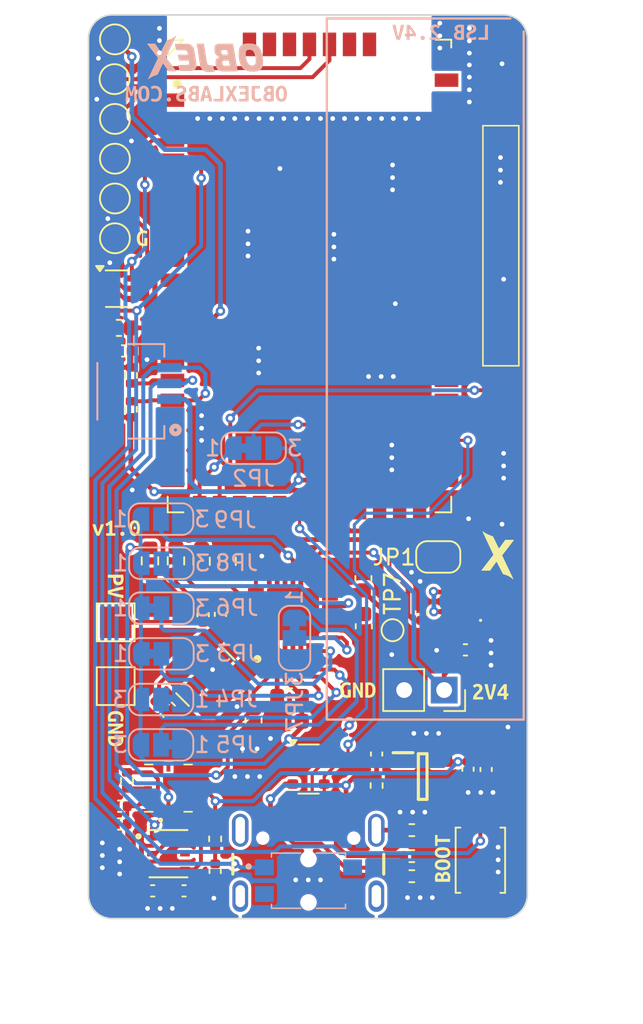
<source format=kicad_pcb>
(kicad_pcb (version 20240108) (generator "pcbnew") (generator_version "8.0")
  (layers (0 "F.Cu" signal) (31 "B.Cu" signal) (34 "B.Paste" user) (35 "F.Paste" user) (36 "B.SilkS" user "B.Silkscreen") (37 "F.SilkS" user "F.Silkscreen") (38 "B.Mask" user) (39 "F.Mask" user) (44 "Edge.Cuts" user))
  (net 0 "")
  (net 1 "GND")
  (net 2 "/Energy Harvester - AEM10941/Boost")
  (net 3 "/Energy Harvester - AEM10941/Vbuck")
  (net 4 "Net-(IC1-BUFSRC)")
  (net 5 "/Energy Harvester - AEM10941/LVOUT")
  (net 6 "/Energy Harvester - AEM10941/HVOUT")
  (net 7 "/ELPM-S3LW/RESET")
  (net 8 "+3V3")
  (net 9 "+5V")
  (net 10 "/ELPM-S3LW/D-")
  (net 11 "/ELPM-S3LW/D+")
  (net 12 "/LSB")
  (net 13 "/Energy Harvester - AEM10941/CFG2")
  (net 14 "/Energy Harvester - AEM10941/ENHV")
  (net 15 "/Energy Harvester - AEM10941/OVCH")
  (net 16 "/Energy Harvester - AEM10941/STATUS2")
  (net 17 "/Energy Harvester - AEM10941/OVDIS")
  (net 18 "Net-(IC1-SWBUCK)")
  (net 20 "/Energy Harvester - AEM10941/PV_cell")
  (net 21 "/Energy Harvester - AEM10941/CFG1")
  (net 22 "/Energy Harvester - AEM10941/SELMPP1")
  (net 23 "/Energy Harvester - AEM10941/ENLV")
  (net 24 "/Energy Harvester - AEM10941/CHRDY")
  (net 25 "/Energy Harvester - AEM10941/STATUS1")
  (net 26 "Net-(IC1-SWBOOST)")
  (net 27 "/Energy Harvester - AEM10941/STATUS0")
  (net 28 "/Energy Harvester - AEM10941/CFG0")
  (net 29 "/Energy Harvester - AEM10941/SELMPP0")
  (net 30 "VIN")
  (net 31 "Net-(IC2-L2)")
  (net 32 "Net-(IC3-EN)")
  (net 34 "Net-(J2-SHELL_GND-PadS1)")
  (net 35 "/ELPM-S3LW/REED_Switch")
  (net 38 "Net-(J2-CC2)")
  (net 40 "Net-(J2-CC1)")
  (net 49 "Net-(JP1-B)")
  (net 52 "/ELPM-S3LW/VDD_RTC")
  (net 59 "/ELPM-S3LW/DTR")
  (net 61 "/ELPM-S3LW/GPIO0")
  (net 62 "/ELPM-S3LW/RTS")
  (net 67 "/ELPM-S3LW/SDA")
  (net 75 "/ELPM-S3LW/TXD")
  (net 82 "/ELPM-S3LW/RXD")
  (net 96 "/ELPM-S3LW/SCL")
  (net 98 "Net-(IC4-RES_N)")
  (footprint "Resistor_SMD:R_0603_1608Metric" (layer "F.Cu") (at 120.925 81.2 -90)
    (property "Reference" "R5" (hide yes))
    (property "Value" "TBD")
  )
  (footprint "Capacitor_SMD:C_0402_1005Metric" (layer "F.Cu") (at 119 97.9 180)
    (property "Reference" "C14" (hide yes))
    (property "Value" "10uF")
  )
  (footprint "TestPoint:TestPoint_Pad_D1.5mm" (layer "F.Cu") (at 118.7 60.725)
    (property "Reference" "TP13" (hide yes))
    (property "Value" "GND")
  )
  (footprint "TestPoint:TestPoint_Pad_2.0x2.0mm" (layer "F.Cu") (at 118.75 89.15)
    (property "Reference" "TP2" (hide yes))
    (property "Value" "GND")
  )
  (footprint "Button_Switch_SMD:SW_Push_SPST_NO_Alps_SKRK" (layer "F.Cu") (at 141.9 100.2 90)
    (property "Reference" "SW2" (hide yes))
    (property "Value" "BOOT")
  )
  (footprint "lib:QFN50P500X500X90-29N-D" (layer "F.Cu") (at 130 84.575 90)
    (property "Reference" "IC1" (hide yes))
    (property "Value" "AEM10941-QFN" (hide yes))
  )
  (footprint "Package_TO_SOT_SMD:SOT-143" (layer "F.Cu") (at 130.9875 94.415)
    (property "Reference" "D1" (hide yes))
    (property "Value" "SP0503BAHT")
  )
  (footprint "Capacitor_SMD:C_0402_1005Metric" (layer "F.Cu") (at 140.95 86.85)
    (property "Reference" "C17" (hide yes))
    (property "Value" "10uF")
  )
  (footprint "Fiducial:Fiducial_0.5mm_Mask1mm" (layer "F.Cu") (at 118.55 102.375)
    (property "Reference" "FID2" (hide yes))
    (property "Value" "Fiducial")
  )
  (footprint "Resistor_SMD:R_0603_1608Metric" (layer "F.Cu") (at 125.85 81.225 90)
    (property "Reference" "R8" (hide yes))
    (property "Value" "TBD")
  )
  (footprint "Capacitor_SMD:C_0603_1608Metric" (layer "F.Cu") (at 134.475 82.3 90)
    (property "Reference" "C5" (hide yes))
    (property "Value" "10uF")
  )
  (footprint "TestPoint:TestPoint_Pad_2.0x2.0mm" (layer "F.Cu") (at 118.75 85.1)
    (property "Reference" "TP1" (hide yes))
    (property "Value" "PV")
  )
  (footprint "lib:MDSM4R1218" (layer "F.Cu") (at 143.2 61.2 90)
    (property "Reference" "S1" (hide yes))
    (property "Value" "MDSM-4R-12-18" (hide yes))
  )
  (footprint "Capacitor_SMD:C_0402_1005Metric" (layer "F.Cu") (at 135.3125 93.46 90)
    (property "Reference" "C9" (hide yes))
    (property "Value" "10uF")
  )
  (footprint "Inductor_SMD:L_Coilcraft_LPS4018" (layer "F.Cu") (at 124.45 88.55 -45)
    (property "Reference" "L2" (hide yes))
    (property "Value" "10uH-LPS4012-103MRC")
  )
  (footprint "Capacitor_SMD:C_0603_1608Metric" (layer "F.Cu") (at 118.95 66.4125 180)
    (property "Reference" "C7" (hide yes))
    (property "Value" "22uF")
  )
  (footprint "Inductor_SMD:L_0603_1608Metric" (layer "F.Cu") (at 129.7875 89.8 180)
    (property "Reference" "L1" (hide yes))
    (property "Value" "10uH-MLZ1608M100WT")
  )
  (footprint "Capacitor_SMD:C_0402_1005Metric" (layer "F.Cu") (at 125.0625 100.9125 -90)
    (property "Reference" "C6" (hide yes))
    (property "Value" "10uF")
  )
  (footprint "TestPoint:TestPoint_Pad_D1.5mm" (layer "F.Cu") (at 118.7 48.1)
    (property "Reference" "TP8" (hide yes))
    (property "Value" "3V3")
  )
  (footprint "Package_TO_SOT_SMD:SOT-363_SC-70-6" (layer "F.Cu") (at 118.825 63.925)
    (property "Reference" "Q1" (hide yes))
    (property "Value" "MUN5211DW1")
  )
  (footprint "kibuzzard-667E7E0B" (layer "F.Cu") (at 118.75 82.825 -90)
    (property "Reference" "kibuzzard-667E7E0B" (hide yes))
    (property "Value" "G***" (hide yes))
  )
  (footprint "TestPoint:TestPoint_Pad_D1.5mm" (layer "F.Cu") (at 118.7 53.15)
    (property "Reference" "TP10" (hide yes))
    (property "Value" "RX")
  )
  (footprint "Capacitor_SMD:C_0402_1005Metric" (layer "F.Cu") (at 141.1125 94.425 -90)
    (property "Reference" "C10" (hide yes))
    (property "Value" "1uF")
  )
  (footprint "Resistor_SMD:R_0603_1608Metric" (layer "F.Cu") (at 122.575 81.2 90)
    (property "Reference" "R6" (hide yes))
    (property "Value" "TBD")
  )
  (footprint "Capacitor_SMD:C_0402_1005Metric" (layer "F.Cu") (at 124.3 84.615 90)
    (property "Reference" "C16" (hide yes))
    (property "Value" "0.1uF")
  )
  (footprint "Resistor_SMD:R_0402_1005Metric" (layer "F.Cu") (at 119.71 71.58 90)
    (property "Reference" "R10" (hide yes))
    (property "Value" "10K")
  )
  (footprint "libMaster:Xlogo" (layer "F.Cu") (at 143 80.85 180)
    (property "Reference" "G***" (hide yes))
    (property "Value" "LOGO" (hide yes))
  )
  (footprint "Capacitor_SMD:C_0402_1005Metric" (layer "F.Cu") (at 125.4 84.595 90)
    (property "Reference" "C15" (hide yes))
    (property "Value" "0.01uF")
  )
  (footprint "Capacitor_SMD:C_0402_1005Metric" (layer "F.Cu") (at 142.2625 94.44 -90)
    (property "Reference" "C11" (hide yes))
    (property "Value" "10uF")
  )
  (footprint "lib:XDCR_HS3001" (layer "F.Cu") (at 122.0975 99.785)
    (property "Reference" "U1" (hide yes))
    (property "Value" "HS3001")
  )
  (footprint "Resistor_SMD:R_0402_1005Metric" (layer "F.Cu") (at 137.5475 101.215)
    (property "Reference" "R9" (hide yes))
    (property "Value" "5.1K")
  )
  (footprint "kibuzzard-66795660" (layer "F.Cu") (at 139.5 100.0825 90)
    (property "Reference" "kibuzzard-66795660" (hide yes))
    (property "Value" "G***" (hide yes))
  )
  (footprint "Jumper:SolderJumper-2_P1.3mm_Bridged_RoundedPad1.0x1.5mm" (layer "F.Cu") (at 139.225 80.95)
    (property "Reference" "JP1")
    (property "Value" "SolderJumper_2_Bridged")
  )
  (footprint "Capacitor_SMD:C_0603_1608Metric" (layer "F.Cu") (at 122.05 90.65 -45)
    (property "Reference" "C3" (hide yes))
    (property "Value" "10uF")
  )
  (footprint "TestPoint:TestPoint_Pad_D1.5mm" (layer "F.Cu") (at 118.675 50.625)
    (property "Reference" "TP9" (hide yes))
    (property "Value" "TX")
  )
  (footprint "Resistor_SMD:R_0402_1005Metric" (layer "F.Cu") (at 135.3125 95.46 -90)
    (property "Reference" "R1" (hide yes))
    (property "Value" "10K")
  )
  (footprint "lib:XCL102D283CRG" (layer "F.Cu") (at 140.462 84.425 90)
    (property "Reference" "IC2" (hide yes))
    (property "Value" "XCL103D333CR-G" (hide yes))
  )
  (footprint "Resistor_SMD:R_0402_1005Metric" (layer "F.Cu") (at 137.5475 99.94)
    (property "Reference" "R3" (hide yes))
    (property "Value" "5.1K")
  )
  (footprint "TestPoint:TestPoint_Pad_D1.5mm" (layer "F.Cu") (at 118.7 55.675)
    (property "Reference" "TP11" (hide yes))
    (property "Value" "RTS")
  )
  (footprint "TestPoint:TestPoint_Pad_D1.0mm" (layer "F.Cu") (at 136.325 85.6)
    (property "Reference" "TP7")
    (property "Value" "TestPoint")
  )
  (footprint "lib:SOT94P280X100-5N" (layer "F.Cu") (at 138.2375 94.89)
    (property "Reference" "IC3" (hide yes))
    (property "Value" "RT9080-33GJ5" (hide yes))
  )
  (footprint "Resistor_SMD:R_0402_1005Metric" (layer "F.Cu") (at 125.0625 98.8425 -90)
    (property "Reference" "R4" (hide yes))
    (property "Value" "10K")
  )
  (footprint "Capacitor_SMD:C_0402_1005Metric" (layer "F.Cu") (at 119.25 67.875 180)
    (property "Reference" "C8" (hide yes))
    (property "Value" "1uF")
  )
  (footprint "Resistor_SMD:R_0402_1005Metric" (layer "F.Cu") (at 119.4675 95.135 -90)
    (property "Reference" "R12" (hide yes))
    (property "Value" "10K")
  )
  (footprint "kibuzzard-667E7E21" (layer "F.Cu") (at 134.125 89.4)
    (property "Reference" "kibuzzard-667E7E21" (hide yes))
    (property "Value" "G***" (hide yes))
  )
  (footprint "lib:GCT_USB4105-GF-A" (layer "F.Cu") (at 130.975 102.48)
    (property "Reference" "J2" (hide yes))
    (property "Value" "USB4105-GF-A")
  )
  (footprint "kibuzzard-667E7E21" (layer "F.Cu") (at 118.75 91.85 -90)
    (property "Reference" "kibuzzard-667E7E21" (hide yes))
    (property "Value" "G***" (hide yes))
  )
  (footprint "Capacitor_SMD:C_0402_1005Metric" (layer "F.Cu") (at 138.15 84.5 90)
    (property "Reference" "C18" (hide yes))
    (property "Value" "10uF")
  )
  (footprint "Capacitor_SMD:C_0603_1608Metric" (layer "F.Cu") (at 134.5 85.35 -90)
    (property "Reference" "C4" (hide yes))
    (property "Value" "10uF")
  )
  (footprint "lib:ZMOD4410AI1R" (layer "F.Cu") (at 122.0975 95.625)
    (property "Reference" "IC4" (hide yes))
    (property "Value" "ZMOD4410AI1R" (hide yes))
  )
  (footprint "lib:ELPM-S3XX" (layer "F.Cu") (at 131.125 63.6 -90)
    (property "Reference" "U2" (hide yes))
    (property "Value" "ELPM-S3LW")
  )
  (footprint "Capacitor_SMD:C_0402_1005Metric" (layer "F.Cu") (at 119 96.774 180)
    (property "Reference" "C19" (hide yes))
    (property "Value" "1uF")
  )
  (footprint "Capacitor_SMD:C_0603_1608Metric" (layer "F.Cu") (at 129.7875 91.375)
    (property "Reference" "C2" (hide yes))
    (property "Value" "22uF")
  )
  (footprint "kibuzzard-667E7EB7" (layer "F.Cu") (at 142.55 89.5)
    (property "Reference" "kibuzzard-667E7EB7" (hide yes))
    (property "Value" "G***" (hide yes))
  )
  (footprint "Resistor_SMD:R_0603_1608Metric" (layer "F.Cu") (at 124.2 81.225 -90)
    (property "Reference" "R7" (hide yes))
    (property "Value" "TBD")
  )
  (footprint "Connector_PinSocket_2.54mm:PinSocket_1x02_P2.54mm_Vertical" (layer "F.Cu") (at 139.6 89.4 -90)
    (property "Reference" "J3" (hide yes))
    (property "Value" "LSB TERMINAL")
  )
  (footprint "kibuzzard-667956CB" (layer "F.Cu") (at 120.425 60.725)
    (property "Reference" "kibuzzard-667956CB" (hide yes))
    (property "Value" "G***" (hide yes))
  )
  (footprint "Capacitor_SMD:C_0603_1608Metric" (layer "F.Cu") (at 127.5 91.325 90)
    (property "Reference" "C1" (hide yes))
    (property "Value" "22uF")
  )
  (footprint "Capacitor_SMD:C_0402_1005Metric" (layer "F.Cu") (at 121.0975 102.145)
    (property "Reference" "C12" (hide yes))
    (property "Value" "0.1uF")
  )
  (footprint "kibuzzard-667957A8" (layer "F.Cu") (at 118.775 79.125)
    (property "Reference" "kibuzzard-667957A8" (hide yes))
    (property "Value" "G***" (hide yes))
  )
  (footprint "Capacitor_SMD:C_0402_1005Metric" (layer "F.Cu") (at 123.0875 102.145 180)
    (property "Reference" "C13" (hide yes))
    (property "Value" "0.1uF")
  )
  (footprint "Resistor_SMD:R_0402_1005Metric" (layer "F.Cu") (at 119.72 69.43 -90)
    (property "Reference" "R11" (hide yes))
    (property "Value" "10K")
  )
  (footprint "TestPoint:TestPoint_Pad_D1.5mm" (layer "F.Cu") (at 118.7 58.2)
    (property "Reference" "TP12" (hide yes))
    (property "Value" "DTR")
  )
  (footprint "Fiducial:Fiducial_0.5mm_Mask1mm" (layer "F.Cu") (at 143.35 48.075)
    (property "Reference" "FID1" (hide yes))
    (property "Value" "Fiducial")
  )
  (footprint "Resistor_SMD:R_0402_1005Metric" (layer "F.Cu") (at 137.5475 98.29)
    (property "Reference" "R2" (hide yes))
    (property "Value" "1M")
  )
  (footprint "kibuzzard-64D611C7" (layer "B.Cu") (at 124.5 51.55 180)
    (property "Reference" "kibuzzard-64D611C7" (hide yes))
    (property "Value" "G***" (hide yes))
  )
  (footprint "Jumper:SolderJumper-3_P1.3mm_Open_RoundedPad1.0x1.5mm_NumberLabels" (layer "B.Cu") (at 121.625 78.55)
    (property "Reference" "JP9")
    (property "Value" "SolderJumper_3_Open")
  )
  (footprint "kibuzzard-667E862E" (layer "B.Cu") (at 139.35 47.65 180)
    (property "Reference" "kibuzzard-667E862E" (hide yes))
    (property "Value" "G***" (hide yes))
  )
  (footprint "LOGO" (layer "B.Cu") (at 124.4 49.25 180)
    (property "Reference" "G***" (hide yes))
    (property "Value" "LOGO" (hide yes))
  )
  (footprint "Jumper:SolderJumper-3_P1.3mm_Bridged12_RoundedPad1.0x1.5mm_NumberLabels" (layer "B.Cu") (at 121.65 87.1)
    (property "Reference" "JP3")
    (property "Value" "SolderJumper_3_Bridged12")
  )
  (footprint "Jumper:SolderJumper-3_P1.3mm_Bridged12_RoundedPad1.0x1.5mm_NumberLabels" (layer "B.Cu") (at 121.65 84.2)
    (property "Reference" "JP6")
    (property "Value" "SolderJumper_3_Bridged12")
  )
  (footprint "lib:436331045822" (layer "B.Cu") (at 130.9875 101.5 180)
    (property "Reference" "S2" (hide yes))
    (property "Value" "436331045822" (hide yes))
  )
  (footprint "Jumper:SolderJumper-3_P1.3mm_Bridged12_RoundedPad1.0x1.5mm_NumberLabels" (layer "B.Cu") (at 127.5 74.05)
    (property "Reference" "JP2")
    (property "Value" "SolderJumper_3_Bridged12")
  )
  (footprint "Jumper:SolderJumper-3_P1.3mm_Bridged12_RoundedPad1.0x1.5mm_NumberLabels" (layer "B.Cu") (at 130.1 86.1 -90)
    (property "Reference" "JP7")
    (property "Value" "SolderJumper_3_Bridged12")
  )
  (footprint "Jumper:SolderJumper-3_P1.3mm_Bridged12_RoundedPad1.0x1.5mm_NumberLabels" (layer "B.Cu") (at 121.625 90 180)
    (property "Reference" "JP4")
    (property "Value" "SolderJumper_3_Bridged12")
  )
  (footprint "lib:JST_SM04B-SRSS-TB(LF)(SN)" (layer "B.Cu") (at 122.16 70.44 90)
    (property "Reference" "J1" (hide yes))
    (property "Value" "SM04B-SRSS-TB(LF)(SN)")
  )
  (footprint "Jumper:SolderJumper-3_P1.3mm_Bridged12_RoundedPad1.0x1.5mm_NumberLabels" (layer "B.Cu") (at 121.625 92.875 180)
    (property "Reference" "JP5")
    (property "Value" "SolderJumper_3_Bridged12")
  )
  (footprint "Jumper:SolderJumper-3_P1.3mm_Open_RoundedPad1.0x1.5mm_NumberLabels" (layer "B.Cu") (at 121.65 81.35)
    (property "Reference" "JP8")
    (property "Value" "SolderJumper_3_Open")
  )
  (gr_line (start 132.15 46.775) (end 132.15 91.275) (stroke (width 0.15)) (layer "B.SilkS"))
  (gr_line (start 144.65 91.275) (end 144.65 47.6) (stroke (width 0.15)) (layer "B.SilkS"))
  (gr_line (start 143.8 46.775) (end 132.15 46.775) (stroke (width 0.15)) (layer "B.SilkS"))
  (gr_line (start 132.15 91.275) (end 144.65 91.275) (stroke (width 0.15)) (layer "B.SilkS"))
  (gr_arc (start 118.525 103.9) (mid 117.46434 103.46066) (end 117.025 102.4) (stroke (width 0.1)) (layer "Edge.Cuts"))
  (gr_line (start 117.025 102.4) (end 117.025 48.05) (stroke (width 0.1)) (layer "Edge.Cuts"))
  (gr_line (start 118.525 46.55) (end 143.375 46.55) (stroke (width 0.1)) (layer "Edge.Cuts"))
  (gr_line (start 144.875 48.05) (end 144.875 102.4) (stroke (width 0.1)) (layer "Edge.Cuts"))
  (gr_arc (start 144.875 102.4) (mid 144.43566 103.46066) (end 143.375 103.9) (stroke (width 0.1)) (layer "Edge.Cuts"))
  (gr_line (start 143.375 103.9) (end 118.525 103.9) (stroke (width 0.1)) (layer "Edge.Cuts"))
  (gr_arc (start 117.025 48.05) (mid 117.46434 46.98934) (end 118.525 46.55) (stroke (width 0.1)) (layer "Edge.Cuts"))
  (gr_arc (start 143.375 46.55) (mid 144.43566 46.98934) (end 144.875 48.05) (stroke (width 0.1)) (layer "Edge.Cuts"))
  (via (at 121.57 103.26) (size 0.6) (drill 0.3) (layers "F.Cu" "B.Cu") (net 1))
  (via (at 127.89 94.89) (size 0.6) (drill 0.3) (layers "F.Cu" "B.Cu") (net 1))
  (via (at 129.175 56.3) (size 0.6) (drill 0.3) (layers "F.Cu" "B.Cu") (net 1))
  (via (at 128.65 53.125) (size 0.6) (drill 0.3) (layers "F.Cu" "B.Cu") (net 1))
  (via (at 117.55 51.9) (size 0.6) (drill 0.3) (layers "F.Cu" "B.Cu") (net 1))
  (via (at 127.15 60.275) (size 0.6) (drill 0.3) (layers "F.Cu" "B.Cu") (net 1))
  (via (at 118.375 62.275) (size 0.6) (drill 0.3) (layers "F.Cu" "B.Cu") (net 1))
  (via (at 123.95 53.125) (size 0.6) (drill 0.3) (layers "F.Cu" "B.Cu") (net 1))
  (via (at 143.175 57.175) (size 0.6) (drill 0.3) (layers "F.Cu" "B.Cu") (net 1))
  (via (at 127.825 69.275) (size 0.6) (drill 0.3) (layers "F.Cu" "B.Cu") (net 1))
  (via (at 128.575 92.475) (size 0.6) (drill 0.3) (layers "F.Cu" "B.Cu") (net 1))
  (via (at 134.05 53.125) (size 0.6) (drill 0.3) (layers "F.Cu" "B.Cu") (net 1))
  (via (at 131.75 101.45) (size 0.6) (drill 0.3) (layers "F.Cu" "B.Cu") (net 1))
  (via (at 131.75 53.125) (size 0.6) (drill 0.3) (layers "F.Cu" "B.Cu") (net 1))
  (via (at 119.75 54.55) (size 0.6) (drill 0.3) (layers "F.Cu" "B.Cu") (net 1))
  (via (at 143.175 56.4) (size 0.6) (drill 0.3) (layers "F.Cu" "B.Cu") (net 1))
  (via (at 122.345 103.26) (size 0.6) (drill 0.3) (layers "F.Cu" "B.Cu") (net 1))
  (via (at 124.9 88.1) (size 0.6) (drill 0.3) (layers "F.Cu" "B.Cu") (net 1))
  (via (at 127.825 67.7) (size 0.6) (drill 0.3) (layers "F.Cu" "B.Cu") (net 1))
  (via (at 141.2 48.2) (size 0.6) (drill 0.3) (layers "F.Cu" "B.Cu") (net 1))
  (via (at 121.525 48.95) (size 0.6) (drill 0.3) (layers "F.Cu" "B.Cu") (net 1))
  (via (at 121.525 47.4) (size 0.6) (drill 0.3) (layers "F.Cu" "B.Cu") (net 1))
  (via (at 138.475 92.15) (size 0.6) (drill 0.3) (layers "F.Cu" "B.Cu") (net 1))
  (via (at 142.575 87.05) (size 0.6) (drill 0.3) (layers "F.Cu" "B.Cu") (net 1))
  (via (at 118.25 59.475) (size 0.6) (drill 0.3) (layers "F.Cu" "B.Cu") (net 1))
  (via (at 143.375 75.95) (size 0.6) (drill 0.3) (layers "F.Cu" "B.Cu") (net 1))
  (via (at 137.525 81.925) (size 0.6) (drill 0.3) (layers "F.Cu" "B.Cu") (net 1))
  (via (at 141.925 95.9) (size 0.6) (drill 0.3) (layers "F.Cu" "B.Cu") (net 1))
  (via (at 143.275 78.875) (size 0.6) (drill 0.3) (layers "F.Cu" "B.Cu") (net 1))
  (via (at 141.2 47.4) (size 0.6) (drill 0.3) (layers "F.Cu" "B.Cu") (net 1))
  (via (at 130.975 101.45) (size 0.6) (drill 0.3) (layers "F.Cu" "B.Cu") (net 1))
  (via (at 134.8 69.5) (size 0.6) (drill 0.3) (layers "F.Cu" "B.Cu") (net 1))
  (via (at 120.735 68.425) (size 0.6) (drill 0.3) (layers "F.Cu" "B.Cu") (net 1))
  (via (at 128.025 80.9) (size 0.6) (drill 0.3) (layers "F.Cu" "B.Cu") (net 1))
  (via (at 139.25 92.15) (size 0.6) (drill 0.3) (layers "F.Cu" "B.Cu") (net 1))
  (via (at 130.95 53.125) (size 0.6) (drill 0.3) (layers "F.Cu" "B.Cu") (net 1))
  (via (at 125.525 53.125) (size 0.6) (drill 0.3) (layers "F.Cu" "B.Cu") (net 1))
  (via (at 119 99.5) (size 0.6) (drill 0.3) (layers "F.Cu" "B.Cu") (net 1))
  (via (at 137.275 102.575) (size 0.6) (drill 0.3) (layers "F.Cu" "B.Cu") (net 1))
  (via (at 127.825 68.5) (size 0.6) (drill 0.3) (layers "F.Cu" "B.Cu") (net 1))
  (via (at 143.175 55.6) (size 0.6) (drill 0.3) (layers "F.Cu" "B.Cu") (net 1))
  (via (at 124.2 73.555) (size 0.6) (drill 0.3) (layers "F.Cu" "B.Cu") (net 1))
  (via (at 142.575 87.825) (size 0.6) (drill 0.3) (layers "F.Cu" "B.Cu") (net 1))
  (via (at 127.075 53.125) (size 0.6) (drill 0.3) (layers "F.Cu" "B.Cu") (net 1))
  (via (at 138.075 82.5) (size 0.6) (drill 0.3) (layers "F.Cu" "B.Cu") (net 1))
  (via (at 126.45 90.45) (size 0.6) (drill 0.3) (layers "F.Cu" "B.Cu") (net 1))
  (via (at 127.15 61.075) (size 0.6) (drill 0.3) (layers "F.Cu" "B.Cu") (net 1))
  (via (at 130.175 53.125) (size 0.6) (drill 0.3) (layers "F.Cu" "B.Cu") (net 1))
  (via (at 127.15 61.85) (size 0.6) (drill 0.3) (layers "F.Cu" "B.Cu") (net 1))
  (via (at 136.275 73.85) (size 0.6) (drill 0.3) (layers "F.Cu" "B.Cu") (net 1))
  (via (at 141.2 50.5) (size 0.6) (drill 0.3) (layers "F.Cu" "B.Cu") (net 1))
  (via (at 137.15 53.125) (size 0.6) (drill 0.3) (layers "F.Cu" "B.Cu") (net 1))
  (via (at 141.2 49.725) (size 0.6) (drill 0.3) (layers "F.Cu" "B.Cu") (net 1))
  (via (at 124.2 71.98) (size 0.6) (drill 0.3) (layers "F.Cu" "B.Cu") (net 1))
  (via (at 127.115 94.89) (size 0.6) (drill 0.3) (layers "F.Cu" "B.Cu") (net 1))
  (via (at 138.075 102.575) (size 0.6) (drill 0.3) (layers "F.Cu" "B.Cu") (net 1))
  (via (at 139.325 48.65) (size 0.6) (drill 0.3) (layers "F.Cu" "B.Cu") (net 1))
  (via (at 121.525 48.175) (size 0.6) (drill 0.3) (layers "F.Cu" "B.Cu") (net 1))
  (via (at 136.325 57.65) (size 0.6) (drill 0.3) (layers "F.Cu" "B.Cu") (net 1))
  (via (at 132.6 61.275) (size 0.6) (drill 0.3) (layers "F.Cu" "B.Cu") (net 1))
  (via (at 132.6 60.475) (size 0.6) (drill 0.3) (layers "F.Cu" "B.Cu") (net 1))
  (via (at 143.025 99.375) (size 0.6) (drill 0.3) (layers "F.Cu" "B.Cu") (net 1))
  (via (at 141.125 95.9) (size 0.6) (drill 0.3) (layers "F.Cu" "B.Cu") (net 1))
  (via (at 136.275 75.425) (size 0.6) (drill 0.3) (layers "F.Cu" "B.Cu") (net 1))
  (via (at 124.725 53.125) (size 0.6) (drill 0.3) (layers "F.Cu" "B.Cu") (net 1))
  (via (at 139.325 47.075) (size 0.6) (drill 0.3) (layers "F.Cu" "B.Cu") (net 1))
  (via (at 119 101.075) (size 0.6) (drill 0.3) (layers "F.Cu" "B.Cu") (net 1))
  (via (at 124.2 72.78) (size 0.6) (drill 0.3) (layers "F.Cu" "B.Cu") (net 1))
  (via (at 132.6 62.05) (size 0.6) (drill 0.3) (layers "F.Cu" "B.Cu") (net 1))
  (via (at 120.77 103.26) (size 0.6) (drill 0.3) (layers "F.Cu" "B.Cu") (net 1))
  (via (at 119.8 76.7) (size 0.6) (drill 0.3) (layers "F.Cu" "B.Cu") (net 1))
  (via (at 135.625 53.125) (size 0.6) (drill 0.3) (layers "F.Cu" "B.Cu") (net 1))
  (via (at 124.98 102.61) (size 0.6) (drill 0.3) (layers "F.Cu" "B.Cu") (net 1))
  (via (at 127.725 93.125) (size 0.6) (drill 0.3) (layers "F.Cu" "B.Cu") (net 1))
  (via (at 134.85 53.125) (size 0.6) (drill 0.3) (layers "F.Cu" "B.Cu") (net 1))
  (via (at 143.375 63.325) (size 0.6) (drill 0.3) (layers "F.Cu" "B.Cu") (net 1))
  (via (at 143.275 49.65) (size 0.6) (drill 0.3) (layers "F.Cu" "B.Cu") (net 1))
  (via (at 137.6 97.15) (size 0.6) (drill 0.3) (layers "F.Cu" "B.Cu") (net 1))
  (via (at 129.425 53.125) (size 0.6) (drill 0.3) (layers "F.Cu" "B.Cu") (net 1))
  (via (at 136.275 74.65) (size 0.6) (drill 0.3) (layers "F.Cu" "B.Cu") (net 1))
  (via (at 141.2 48.975) (size 0.6) (drill 0.3) (layers "F.Cu" "B.Cu") (net 1))
  (via (at 135.6 69.5) (size 0.6) (drill 0.3) (layers "F.Cu" "B.Cu") (net 1))
  (via (at 143.375 75.175) (size 0.6) (drill 0.3) (layers "F.Cu" "B.Cu") (net 1))
  (via (at 126.315 94.89) (size 0.6) (drill 0.3) (layers "F.Cu" "B.Cu") (net 1))
  (via (at 138.375 97.15) (size 0.6) (drill 0.3) (layers "F.Cu" "B.Cu") (net 1))
  (via (at 126.3 53.125) (size 0.6) (drill 0.3) (layers "F.Cu" "B.Cu") (net 1))
  (via (at 136.275 87.15) (size 0.6) (drill 0.3) (layers "F.Cu" "B.Cu") (net 1))
  (via (at 117.9 99.1) (size 0.6) (drill 0.3) (layers "F.Cu" "B.Cu") (net 1))
  (via (at 141.15 78.525) (size 0.6) (drill 0.3) (layers "F.Cu" "B.Cu") (net 1))
  (via (at 136.375 69.5) (size 0.6) (drill 0.3) (layers "F.Cu" "B.Cu") (net 1))
  (via (at 136.8 97.15) (size 0.6) (drill 0.3) (layers "F.Cu" "B.Cu") (net 1))
  (via (at 139.125 86.875) (size 0.6) (drill 0.3) (layers "F.Cu" "B.Cu") (net 1))
  (via (at 126.8 93.125) (size 0.6) (drill 0.3) (layers "F.Cu" "B.Cu") (net 1))
  (via (at 142.7 95.9) (size 0.6) (drill 0.3) (layers "F.Cu" "B.Cu") (net 1))
  (via (at 119 100.3) (size 0.6) (drill 0.3) (layers "F.Cu" "B.Cu") (net 1))
  (via (at 117.9 100.675) (size 0.6) (drill 0.3) (layers "F.Cu" "B.Cu") (net 1))
  (via (at 136.5 64.875) (size 0.6) (drill 0.3) (layers "F.Cu" "B.Cu") (net 1))
  (via (at 142.575 86.25) (size 0.6) (drill 0.3) (layers "F.Cu" "B.Cu") (net 1))
  (via (at 130.175 101.45) (size 0.6) (drill 0.3) (layers "F.Cu" "B.Cu") (net 1))
  (via (at 133.275 53.125) (size 0.6) (drill 0.3) (layers "F.Cu" "B.Cu") (net 1))
  (via (at 117.65 49.3) (size 0.6) (drill 0.3) (layers "F.Cu" "B.Cu") (net 1))
  (via (at 137.95 53.125) (size 0.6) (drill 0.3) (layers "F.Cu" "B.Cu") (net 1))
  (via (at 143.65 91.75) (size 0.6) (drill 0.3) (layers "F.Cu" "B.Cu") (net 1))
  (via (at 117.9 99.9) (size 0.6) (drill 0.3) (layers "F.Cu" "B.Cu") (net 1))
  (via (at 136.325 56.875) (size 0.6) (drill 0.3) (layers "F.Cu" "B.Cu") (net 1))
  (via (at 143.375 74.375) (size 0.6) (drill 0.3) (layers "F.Cu" "B.Cu") (net 1))
  (via (at 138.85 102.575) (size 0.6) (drill 0.3) (layers "F.Cu" "B.Cu") (net 1))
  (via (at 141.2 52.075) (size 0.6) (drill 0.3) (layers "F.Cu" "B.Cu") (net 1))
  (via (at 137.675 92.15) (size 0.6) (drill 0.3) (layers "F.Cu" "B.Cu") (net 1))
  (via (at 141.2 51.3) (size 0.6) (drill 0.3) (layers "F.Cu" "B.Cu") (net 1))
  (via (at 136.375 53.125) (size 0.6) (drill 0.3) (layers "F.Cu" "B.Cu") (net 1))
  (via (at 136.325 56.075) (size 0.6) (drill 0.3) (layers "F.Cu" "B.Cu") (net 1))
  (via (at 143.025 100.95) (size 0.6) (drill 0.3) (layers "F.Cu" "B.Cu") (net 1))
  (via (at 127.85 53.125) (size 0.6) (drill 0.3) (layers "F.Cu" "B.Cu") (net 1))
  (via (at 132.525 53.125) (size 0.6) (drill 0.3) (layers "F.Cu" "B.Cu") (net 1))
  (via (at 139.325 47.875) (size 0.6) (drill 0.3) (layers "F.Cu" "B.Cu") (net 1))
  (via (at 143.025 100.175) (size 0.6) (drill 0.3) (layers "F.Cu" "B.Cu") (net 1))
  (segment (start 125.86 92.19) (end 127.5 90.55) (width 0.25) (layer "F.Cu") (net 2))
  (segment (start 125.86 94.29) (end 125.86 92.19) (width 0.25) (layer "F.Cu") (net 2))
  (segment (start 125.35 94.8) (end 125.86 94.29) (width 0.25) (layer "F.Cu") (net 2))
  (segment (start 128.5 86.925) (end 128.5 88.525) (width 0.25) (layer "F.Cu") (net 2))
  (segment (start 125.12 94.8) (end 125.35 94.8) (width 0.25) (layer "F.Cu") (net 2))
  (segment (start 128.5 88.525) (end 127.5 89.525) (width 0.25) (layer "F.Cu") (net 2))
  (segment (start 119.69193 80.375) (end 120.925 80.375) (width 0.25) (layer "F.Cu") (net 2))
  (segment (start 119.670201 80.353271) (end 119.69193 80.375) (width 0.25) (layer "F.Cu") (net 2))
  (segment (start 127.5 89.525) (end 127.5 90.55) (width 0.25) (layer "F.Cu") (net 2))
  (via (at 119.670201 80.353271) (size 0.6) (drill 0.3) (layers "F.Cu" "B.Cu") (net 2))
  (via (at 125.12 94.8) (size 0.6) (drill 0.3) (layers "F.Cu" "B.Cu") (net 2))
  (segment (start 119.670201 80.353271) (end 119.48 80.543472) (width 0.25) (layer "B.Cu") (net 2))
  (segment (start 120.46 94.8) (end 125.12 94.8) (width 0.25) (layer "B.Cu") (net 2))
  (segment (start 119.48 93.82) (end 120.46 94.8) (width 0.25) (layer "B.Cu") (net 2))
  (segment (start 119.48 80.543472) (end 119.48 93.82) (width 0.25) (layer "B.Cu") (net 2))
  (segment (start 130.5625 91.7625) (end 129.825 92.5) (width 0.3) (layer "F.Cu") (net 3))
  (segment (start 129.5 88.092894) (end 129.5 86.925) (width 0.3) (layer "F.Cu") (net 3))
  (segment (start 129.75 92.575) (end 129.825 92.5) (width 0.3) (layer "F.Cu") (net 3))
  (segment (start 129.75 92.5) (end 129.75 92.575) (width 0.3) (layer "F.Cu") (net 3))
  (segment (start 129.5 88.725) (end 130.575 89.8) (width 0.3) (layer "F.Cu") (net 3))
  (segment (start 130.5625 91.375) (end 130.5625 89.8125) (width 0.3) (layer "F.Cu") (net 3))
  (segment (start 129.825 92.5) (end 129.75 92.5) (width 0.3) (layer "F.Cu") (net 3))
  (segment (start 130.5625 91.375) (end 130.5625 91.7625) (width 0.3) (layer "F.Cu") (net 3))
  (segment (start 129.5 88.092894) (end 129.5 88.725) (width 0.3) (layer "F.Cu") (net 3))
  (via (at 129.75 92.5) (size 0.6) (drill 0.3) (layers "F.Cu" "B.Cu") (net 3))
  (segment (start 134.05 90.125) (end 131.675 92.5) (width 0.25) (layer "B.Cu") (net 3))
  (segment (start 120.325 90) (end 120.325 92.875) (width 0.25) (layer "B.Cu") (net 3))
  (segment (start 120.35 81.35) (end 120.35 84.2) (width 0.25) (layer "B.Cu") (net 3))
  (segment (start 120.35 84.2) (end 120.35 87.1) (width 0.25) (layer "B.Cu") (net 3))
  (segment (start 130.1 84.8) (end 130.95 84.8) (width 0.25) (layer "B.Cu") (net 3))
  (segment (start 120.325 92.875) (end 120.325 93.625) (width 0.25) (layer "B.Cu") (net 3))
  (segment (start 133.35 85.575) (end 134.05 86.275) (width 0.25) (layer "B.Cu") (net 3))
  (segment (start 128.175 94.075) (end 129.75 92.5) (width 0.25) (layer "B.Cu") (net 3))
  (segment (start 131.725 85.575) (end 133.35 85.575) (width 0.25) (layer "B.Cu") (net 3))
  (segment (start 120.325 81.325) (end 120.35 81.35) (width 0.25) (layer "B.Cu") (net 3))
  (segment (start 120.35 89.975) (end 120.325 90) (width 0.25) (layer "B.Cu") (net 3))
  (segment (start 120.325 93.625) (end 120.775 94.075) (width 0.25) (layer "B.Cu") (net 3))
  (segment (start 130.95 84.8) (end 131.725 85.575) (width 0.25) (layer "B.Cu") (net 3))
  (segment (start 131.675 92.5) (end 129.75 92.5) (width 0.25) (layer "B.Cu") (net 3))
  (segment (start 134.05 86.275) (end 134.05 90.125) (width 0.25) (layer "B.Cu") (net 3))
  (segment (start 120.325 78.55) (end 120.325 81.325) (width 0.25) (layer "B.Cu") (net 3))
  (segment (start 120.775 94.075) (end 128.175 94.075) (width 0.25) (layer "B.Cu") (net 3))
  (segment (start 120.35 87.1) (end 120.35 89.975) (width 0.25) (layer "B.Cu") (net 3))
  (segment (start 121.501992 90.101992) (end 121.501992 89.001922) (width 0.25) (layer "F.Cu") (net 4))
  (segment (start 121.501992 89.001922) (end 123.201957 87.301957) (width 0.25) (layer "F.Cu") (net 4))
  (segment (start 132.35 84.575) (end 134.5 84.575) (width 0.3) (layer "F.Cu") (net 5))
  (segment (start 132.35 83.075) (end 134.475 83.075) (width 0.3) (layer "F.Cu") (net 6))
  (segment (start 134.475 83.1) (end 136.325 84.95) (width 0.3) (layer "F.Cu") (net 6))
  (segment (start 134.475 83.075) (end 134.475 83.1) (width 0.3) (layer "F.Cu") (net 6))
  (segment (start 136.325 84.95) (end 136.325 85.6) (width 0.3) (layer "F.Cu") (net 6))
  (segment (start 119.775 63.275) (end 119.775 62.2) (width 0.25) (layer "F.Cu") (net 7))
  (segment (start 126.292502 100.4325) (end 126.300002 100.425) (width 0.25) (layer "F.Cu") (net 7))
  (segment (start 122.15 54.5) (end 121.075 54.5) (width 0.25) (layer "F.Cu") (net 7))
  (segment (start 121.075 54.5) (end 120.6 54.975) (width 0.25) (layer "F.Cu") (net 7))
  (segment (start 125.0625 100.4325) (end 126.292502 100.4325) (width 0.25) (layer "F.Cu") (net 7))
  (segment (start 125.0625 100.4325) (end 125.0625 99.3525) (width 0.25) (layer "F.Cu") (net 7))
  (segment (start 120.6 54.975) (end 120.6 57.325) (width 0.25) (layer "F.Cu") (net 7))
  (via (at 119.775 62.2) (size 0.6) (drill 0.3) (layers "F.Cu" "B.Cu") (net 7))
  (via (at 126.300002 100.425) (size 0.6) (drill 0.3) (layers "F.Cu" "B.Cu") (net 7))
  (via (at 120.6 57.325) (size 0.6) (drill 0.3) (layers "F.Cu" "B.Cu") (net 7))
  (segment (start 120.6 61.375) (end 119.775 62.2) (width 0.25) (layer "B.Cu") (net 7))
  (segment (start 128.1875 100.65) (end 126.65 100.65) (width 0.25) (layer "B.Cu") (net 7))
  (segment (start 126.300002 100.425) (end 121.585 100.425) (width 0.25) (layer "B.Cu") (net 7))
  (segment (start 126.425 100.425) (end 126.300002 100.425) (width 0.25) (layer "B.Cu") (net 7))
  (segment (start 117.45 96.29) (end 117.45 76.09) (width 0.25) (layer "B.Cu") (net 7))
  (segment (start 126.65 100.65) (end 126.425 100.425) (width 0.25) (layer "B.Cu") (net 7))
  (segment (start 121.585 100.425) (end 117.45 96.29) (width 0.25) (layer "B.Cu") (net 7))
  (segment (start 119.6 73.94) (end 119.6 66.04) (width 0.25) (layer "B.Cu") (net 7))
  (segment (start 119.6 66.04) (end 119.37 65.81) (width 0.25) (layer "B.Cu") (net 7))
  (segment (start 117.45 76.09) (end 119.6 73.94) (width 0.25) (layer "B.Cu") (net 7))
  (segment (start 120.6 57.325) (end 120.6 61.375) (width 0.25) (layer "B.Cu") (net 7))
  (segment (start 119.37 65.81) (end 119.37 62.605) (width 0.25) (layer "B.Cu") (net 7))
  (segment (start 119.37 62.605) (end 119.775 62.2) (width 0.25) (layer "B.Cu") (net 7))
  (segment (start 123.1475 101.0775) (end 123.1475 100.785) (width 0.25) (layer "F.Cu") (net 8))
  (segment (start 139.4875 93.95) (end 140.475 93.95) (width 0.3) (layer "F.Cu") (net 8))
  (segment (start 119.775002 49.175002) (end 119.775002 49.2) (width 0.3) (layer "F.Cu") (net 8))
  (segment (start 120.6175 101.6725) (end 121.0475 101.2425) (width 0.25) (layer "F.Cu") (net 8))
  (segment (start 132.965 78.02) (end 132.965 76.565) (width 0.3) (layer "F.Cu") (net 8))
  (segment (start 119.725 66.4125) (end 120.6125 66.4125) (width 0.3) (layer "F.Cu") (net 8))
  (segment (start 143.575 88.975) (end 143.575 83.3) (width 0.3) (layer "F.Cu") (net 8))
  (segment (start 121.095 65.93) (end 122.15 65.93) (width 0.3) (layer "F.Cu") (net 8))
  (segment (start 123.1475 100.785) (end 123.745 100.785) (width 0.25) (layer "F.Cu") (net 8))
  (segment (start 120.6125 66.4125) (end 121.095 65.93) (width 0.3) (layer "F.Cu") (net 8))
  (segment (start 132.965 78.64) (end 133.625 79.3) (width 0.3) (layer "F.Cu") (net 8))
  (segment (start 124.325 95.625) (end 125.075 96.375) (width 0.25) (layer "F.Cu") (net 8))
  (segment (start 132.475 76.075) (end 130.35 76.075) (width 0.3) (layer "F.Cu") (net 8))
  (segment (start 136 79.3) (end 137.65 80.95) (width 0.3) (layer "F.Cu") (net 8))
  (segment (start 124.16 98.7) (end 124.5275 98.3325) (width 0.25) (layer "F.Cu") (net 8))
  (segment (start 121.0475 101.2425) (end 121.0475 100.785) (width 0.25) (layer "F.Cu") (net 8))
  (segment (start 119.48 96.774) (end 120.126 96.774) (width 0.25) (layer "F.Cu") (net 8))
  (segment (start 139.075 82.275) (end 138.575 81.775) (width 0.3) (layer "F.Cu") (net 8))
  (segment (start 122.15 65.93) (end 124.82 65.93) (width 0.3) (layer "F.Cu") (net 8))
  (segment (start 120.275 96.625) (end 120.7975 96.625) (width 0.25) (layer "F.Cu") (net 8))
  (segment (start 125.0625 96.462504) (end 125.075 96.450004) (width 0.25) (layer "F.Cu") (net 8))
  (segment (start 119.07 68.92) (end 119.72 68.92) (width 0.3) (layer "F.Cu") (net 8))
  (segment (start 125.0625 98.3325) (end 125.0625 96.462504) (width 0.25) (layer "F.Cu") (net 8))
  (segment (start 119.72 67.885) (end 119.73 67.875) (width 0.3) (layer "F.Cu") (net 8))
  (segment (start 141.1075 93.95) (end 141.1125 93.945) (width 0.3) (layer "F.Cu") (net 8))
  (segment (start 141.1125 93.945) (end 142.2475 93.945) (width 0.3) (layer "F.Cu") (net 8))
  (segment (start 138.575 81.775) (end 138.575 80.95) (width 0.3) (layer "F.Cu") (net 8))
  (segment (start 121.192788 76.805138) (end 119.71 75.32235) (width 0.3) (layer "F.Cu") (net 8))
  (segment (start 132.965 76.565) (end 132.475 76.075) (width 0.3) (layer "F.Cu") (net 8))
  (segment (start 120.126 96.774) (end 120.275 96.625) (width 0.25) (layer "F.Cu") (net 8))
  (segment (start 142.2625 93.96) (end 142.2625 90.2875) (width 0.3) (layer "F.Cu") (net 8))
  (segment (start 119.9 100.5) (end 119.9 99) (width 0.25) (layer "F.Cu") (net 8))
  (segment (start 123.5675 102.145) (end 123.5675 101.4975) (width 0.25) (layer "F.Cu") (net 8))
  (segment (start 123.5675 101.4975) (end 123.1475 101.0775) (width 0.25) (layer "F.Cu") (net 8))
  (segment (start 142.2625 90.2875) (end 143.575 88.975) (width 0.3) (layer "F.Cu") (net 8))
  (segment (start 118.73 71.77) (end 118.73 69.26) (width 0.3) (layer "F.Cu") (net 8))
  (segment (start 120.6175 102.145) (end 120.6175 101.6725) (width 0.25) (layer "F.Cu") (net 8))
  (segment (start 119.48 98.58) (end 119.48 97.9) (width 0.25) (layer "F.Cu") (net 8))
  (segment (start 124.16 100.37) (end 124.16 98.7) (width 0.25) (layer "F.Cu") (net 8))
  (segment (start 124.82 65.93) (end 125.4 65.35) (width 0.3) (layer "F.Cu") (net 8))
  (segment (start 119.725 67.87) (end 119.73 67.875) (width 0.3) (layer "F.Cu") (net 8))
  (segment (start 119.725 66.4125) (end 119.725 67.87) (width 0.3) (layer "F.Cu") (net 8))
  (segment (start 118.73 69.26) (end 119.07 68.92) (width 0.3) (layer "F.Cu") (net 8))
  (segment (start 119.05 72.09) (end 118.73 71.77) (width 0.3) (layer "F.Cu") (net 8))
  (segment (start 132.965 78.02) (end 132.965 78.64) (width 0.3) (layer "F.Cu") (net 8))
  (segment (start 119.71 72.09) (end 119.05 72.09) (width 0.3) (layer "F.Cu") (net 8))
  (segment (start 142.2475 93.945) (end 142.2625 93.96) (width 0.3) (layer "F.Cu") (net 8))
  (segment (start 119.72 68.92) (end 119.72 67.885) (width 0.3) (layer "F.Cu") (net 8))
  (segment (start 120.185 100.785) (end 119.9 100.5) (width 0.25) (layer "F.Cu") (net 8))
  (segment (start 125.075 96.375) (end 125.075 96.450004) (width 0.25) (layer "F.Cu") (net 8))
  (segment (start 119.4675 94.625) (end 120.7975 94.625) (width 0.25) (layer "F.Cu") (net 8))
  (segment (start 119.48 97.9) (end 119.48 96.774) (width 0.25) (layer "F.Cu") (net 8))
  (segment (start 137.65 80.95) (end 138.575 80.95) (width 0.3) (layer "F.Cu") (net 8))
  (segment (start 121.43 95.05) (end 121.43 96.17) (width 0.25) (layer "F.Cu") (net 8))
  (segment (start 119.9 99) (end 119.48 98.58) (width 0.25) (layer "F.Cu") (net 8))
  (segment (start 118.7 48.1) (end 119.775002 49.175002) (width 0.3) (layer "F.Cu") (net 8))
  (segment (start 143.575 83.3) (end 142.55 82.275) (width 0.3) (layer "F.Cu") (net 8))
  (segment (start 121.43 96.17) (end 120.975 96.625) (width 0.25) (layer "F.Cu") (net 8))
  (segment (start 121.0475 100.785) (end 123.1475 100.785) (width 0.25) (layer "F.Cu") (net 8))
  (segment (start 121.005 94.625) (end 121.43 95.05) (width 0.25) (layer "F.Cu") (net 8))
  (segment (start 123.3975 95.625) (end 124.325 95.625) (width 0.25) (layer "F.Cu") (net 8))
  (segment (start 123.745 100.785) (end 124.16 100.37) (width 0.25) (layer "F.Cu") (net 8))
  (segment (start 119.71 75.32235) (end 119.71 72.09) (width 0.3) (layer "F.Cu") (net 8))
  (segment (start 124.5275 98.3325) (end 125.0625 98.3325) (width 0.25) (layer "F.Cu") (net 8))
  (segment (start 121.0475 100.785) (end 120.185 100.785) (width 0.25) (layer "F.Cu") (net 8))
  (segment (start 142.55 82.275) (end 139.075 82.275) (width 0.3) (layer "F.Cu") (net 8))
  (segment (start 120.975 96.625) (end 120.7975 96.625) (width 0.25) (layer "F.Cu") (net 8))
  (segment (start 140.475 93.95) (end 141.1075 93.95) (width 0.3) (layer "F.Cu") (net 8))
  (segment (start 133.625 79.3) (end 136 79.3) (width 0.3) (layer "F.Cu") (net 8))
  (segment (start 120.7975 94.625) (end 121.005 94.625) (width 0.25) (layer "F.Cu") (net 8))
  (via (at 130.35 76.075) (size 0.6) (drill 0.3) (layers "F.Cu" "B.Cu") (net 8))
  (via (at 125.075 96.450004) (size 0.6) (drill 0.3) (layers "F.Cu" "B.Cu") (net 8))
  (via (at 121.192788 76.805138) (size 0.6) (drill 0.3) (layers "F.Cu" "B.Cu") (net 8))
  (via (at 140.475 93.95) (size 0.6) (drill 0.3) (layers "F.Cu" "B.Cu") (net 8))
  (via (at 119.775002 49.2) (size 0.6) (drill 0.3) (layers "F.Cu" "B.Cu") (net 8))
  (via (at 125.4 65.35) (size 0.6) (drill 0.3) (layers "F.Cu" "B.Cu") (net 8))
  (segment (start 130.35 76.075) (end 130.35 74.875) (width 0.25) (layer "B.Cu") (net 8))
  (segment (start 125.4 56.025) (end 125.4 65.325) (width 0.3) (layer "B.Cu") (net 8))
  (segment (start 129.25 94.675) (end 127.474996 96.450004) (width 0.25) (layer "B.Cu") (net 8))
  (segment (start 125.375 65.35) (end 125.4 65.325) (width 0.3) (layer "B.Cu") (net 8))
  (segment (start 125.4 65.35) (end 125.375 65.35) (width 0.3) (layer "B.Cu") (net 8))
  (segment (start 124.1 76.805138) (end 129.619862 76.805138) (width 0.3) (layer "B.Cu") (net 8))
  (segment (start 130.35 74.875) (end 129.525 74.05) (width 0.25) (layer "B.Cu") (net 8))
  (segment (start 122.16 70.94) (end 123.14 70.94) (width 0.3) (layer "B.Cu") (net 8))
  (segment (start 129.525 74.05) (end 128.8 74.05) (width 0.25) (layer "B.Cu") (net 8))
  (segment (start 119.775002 49.2) (end 119.775002 53.000002) (width 0.3) (layer "B.Cu") (net 8))
  (segment (start 140.475 93.95) (end 139.75 94.675) (width 0.25) (layer "B.Cu") (net 8))
  (segment (start 124.475 55.1) (end 125.4 56.025) (width 0.3) (layer "B.Cu") (net 8))
  (segment (start 139.75 94.675) (end 129.25 94.675) (width 0.25) (layer "B.Cu") (net 8))
  (segment (start 121.192788 76.805138) (end 124.1 76.805138) (width 0.3) (layer "B.Cu") (net 8))
  (segment (start 123.47 71.27) (end 123.47 76.175138) (width 0.3) (layer "B.Cu") (net 8))
  (segment (start 127.474996 96.450004) (end 125.075 96.450004) (width 0.25) (layer "B.Cu") (net 8))
  (segment (start 125.4 65.325) (end 125.4 65.35) (width 0.3) (layer "B.Cu") (net 8))
  (segment (start 123.14 70.94) (end 123.47 71.27) (width 0.3) (layer "B.Cu") (net 8))
  (segment (start 121.875 55.1) (end 124.475 55.1) (width 0.3) (layer "B.Cu") (net 8))
  (segment (start 123.47 76.175138) (end 124.1 76.805138) (width 0.3) (layer "B.Cu") (net 8))
  (segment (start 119.775002 53.000002) (end 121.875 55.1) (width 0.3) (layer "B.Cu") (net 8))
  (segment (start 129.619862 76.805138) (end 130.35 76.075) (width 0.3) (layer "B.Cu") (net 8))
  (segment (start 128.575 97.725) (end 128.575 96.3) (width 0.3) (layer "F.Cu") (net 9))
  (segment (start 133.375 97.725) (end 133.375 95.45) (width 0.3) (layer "F.Cu") (net 9))
  (segment (start 128.575 96.3) (end 129.51 95.365) (width 0.3) (layer "F.Cu") (net 9))
  (segment (start 133.375 95.425) (end 133.85 94.95) (width 0.3) (layer "F.Cu") (net 9))
  (segment (start 133.375 95.45) (end 133.375 95.425) (width 0.3) (layer "F.Cu") (net 9))
  (segment (start 129.51 95.365) (end 129.9875 95.365) (width 0.3) (layer "F.Cu") (net 9))
  (segment (start 133.85 94.95) (end 135.3125 94.95) (width 0.3) (layer "F.Cu") (net 9))
  (segment (start 136.9775 93.94) (end 136.9875 93.95) (width 0.3) (layer "F.Cu") (net 9))
  (segment (start 135.3125 93.94) (end 136.9775 93.94) (width 0.3) (layer "F.Cu") (net 9))
  (segment (start 135.3125 94.95) (end 135.3125 93.94) (width 0.3) (layer "F.Cu") (net 9))
  (via (at 128.575 96.3) (size 0.6) (drill 0.3) (layers "F.Cu" "B.Cu") (net 9))
  (via (at 133.375 95.45) (size 0.6) (drill 0.3) (layers "F.Cu" "B.Cu") (net 9))
  (segment (start 129.425 95.45) (end 133.375 95.45) (width 0.3) (layer "B.Cu") (net 9))
  (segment (start 128.575 96.3) (end 129.425 95.45) (width 0.3) (layer "B.Cu") (net 9))
  (segment (start 131.225 94.725) (end 131.9875 93.9625) (width 0.2) (layer "F.Cu") (net 10))
  (segment (start 130.425 78.02) (end 130.425 79.15) (width 0.2) (layer "F.Cu") (net 10))
  (segment (start 131.225 97.725) (end 131.225 96.375) (width 0.2) (layer "F.Cu") (net 10))
  (segment (start 130.225 96.775) (end 130.625 96.375) (width 0.2) (layer "F.Cu") (net 10))
  (segment (start 131.9875 93.9625) (end 131.9875 93.465) (width 0.2) (layer "F.Cu") (net 10))
  (segment (start 131.9875 93.465) (end 131.9875 93.215307) (width 0.2) (layer "F.Cu") (net 10))
  (segment (start 131.225 96.375) (end 131.225 94.725) (width 0.2) (layer "F.Cu") (net 10))
  (segment (start 130.625 96.375) (end 131.225 96.375) (width 0.2) (layer "F.Cu") (net 10))
  (segment (start 131.9875 93.215307) (end 133.572107 91.6307) (width 0.2) (layer "F.Cu") (net 10))
  (segment (start 130.225 97.725) (end 130.225 96.775) (width 0.2) (layer "F.Cu") (net 10))
  (via (at 130.425 79.15) (size 0.6) (drill 0.3) (layers "F.Cu" "B.Cu") (net 10))
  (via (at 133.572107 91.6307) (size 0.6) (drill 0.3) (layers "F.Cu" "B.Cu") (net 10))
  (segment (start 134.675 90.527807) (end 134.675 83.4) (width 0.2) (layer "B.Cu") (net 10))
  (segment (start 134.675 83.4) (end 130.425 79.15) (width 0.2) (layer "B.Cu") (net 10))
  (segment (start 133.572107 91.6307) (end 134.675 90.527807) (width 0.2) (layer "B.Cu") (net 10))
  (segment (start 131.9875 94.8875) (end 133.5 93.375) (width 0.2) (layer "F.Cu") (net 11))
  (segment (start 131.9875 95.365) (end 131.9875 94.8875) (width 0.2) (layer "F.Cu") (net 11))
  (segment (start 130.925 98.675) (end 131.525 98.675) (width 0.2) (layer "F.Cu") (net 11))
  (segment (start 133.5 93.375) (end 133.5 92.85) (width 0.2) (layer "F.Cu") (net 11))
  (segment (start 131.725 98.475) (end 131.725 97.725) (width 0.2) (layer "F.Cu") (net 11))
  (segment (start 130.725 98.475) (end 130.925 98.675) (width 0.2) (layer "F.Cu") (net 11))
  (segment (start 131.725 97.725) (end 131.725 96.575) (width 0.2) (layer "F.Cu") (net 11))
  (segment (start 141.099998 73.55) (end 141.1 73.549998) (width 0.2) (layer "F.Cu") (net 11))
  (segment (start 131.525 98.675) (end 131.725 98.475) (width 0.2) (layer "F.Cu") (net 11))
  (segment (start 131.9875 96.3125) (end 131.9875 95.365) (width 0.2) (layer "F.Cu") (net 11))
  (segment (start 131.725 96.575) (end 131.9875 96.3125) (width 0.2) (layer "F.Cu") (net 11))
  (segment (start 139.95 73.55) (end 141.099998 73.55) (width 0.2) (layer "F.Cu") (net 11))
  (segment (start 130.725 97.725) (end 130.725 98.475) (width 0.2) (layer "F.Cu") (net 11))
  (via (at 141.1 73.549998) (size 0.6) (drill 0.3) (layers "F.Cu" "B.Cu") (net 11))
  (via (at 133.5 92.85) (size 0.6) (drill 0.3) (layers "F.Cu" "B.Cu") (net 11))
  (segment (start 133.9 78.9) (end 133.9 81.8) (width 0.2) (layer "B.Cu") (net 11))
  (segment (start 138.65 78.175) (end 134.625 78.175) (width 0.2) (layer "B.Cu") (net 11))
  (segment (start 135.15 83.05) (end 135.15 91.2) (width 0.2) (layer "B.Cu") (net 11))
  (segment (start 135.15 91.2) (end 133.5 92.85) (width 0.2) (layer "B.Cu") (net 11))
  (segment (start 134.625 78.175) (end 133.9 78.9) (width 0.2) (layer "B.Cu") (net 11))
  (segment (start 133.9 81.8) (end 135.15 83.05) (width 0.2) (layer "B.Cu") (net 11))
  (segment (start 141.1 75.725) (end 138.65 78.175) (width 0.2) (layer "B.Cu") (net 11))
  (segment (start 141.1 73.549998) (end 141.1 75.725) (width 0.2) (layer "B.Cu") (net 11))
  (segment (start 140.47 87.555) (end 140.47 86.85) (width 0.3) (layer "F.Cu") (net 12))
  (segment (start 140.47 85.683) (end 140.462 85.675) (width 0.3) (layer "F.Cu") (net 12))
  (segment (start 131 81.425) (end 131.749998 80.675002) (width 0.25) (layer "F.Cu") (net 12))
  (segment (start 141.4 85.487) (end 141.212 85.675) (width 0.3) (layer "F.Cu") (net 12))
  (segment (start 141.4 84.975) (end 141.8 84.975) (width 0.3) (layer "F.Cu") (net 12))
  (segment (start 141.825 83.875) (end 141.4 83.875) (width 0.3) (layer "F.Cu") (net 12))
  (segment (start 139.6 88.425) (end 140.47 87.555) (width 0.3) (layer "F.Cu") (net 12))
  (segment (start 131 82.225) (end 131 81.425) (width 0.25) (layer "F.Cu") (net 12))
  (segment (start 139.6 89.4) (end 139.6 88.425) (width 0.3) (layer "F.Cu") (net 12))
  (segment (start 141.212 85.675) (end 140.462 85.675) (width 0.3) (layer "F.Cu") (net 12))
  (segment (start 141.4 84.975) (end 141.4 85.487) (width 0.3) (layer "F.Cu") (net 12))
  (segment (start 131.749998 80.675002) (end 135.125 80.675002) (width 0.25) (layer "F.Cu") (net 12))
  (segment (start 142.025 84.075) (end 141.825 83.875) (width 0.3) (layer "F.Cu") (net 12))
  (segment (start 140.47 86.85) (end 140.47 85.683) (width 0.3) (layer "F.Cu") (net 12))
  (segment (start 142.025 84.75) (end 142.025 84.075) (width 0.3) (layer "F.Cu") (net 12))
  (segment (start 141.8 84.975) (end 142.025 84.75) (width 0.3) (layer "F.Cu") (net 12))
  (via (at 135.125 80.675002) (size 0.6) (drill 0.3) (layers "F.Cu" "B.Cu") (net 12))
  (segment (start 137.675 87.475) (end 137.675 83.225002) (width 0.3) (layer "B.Cu") (net 12))
  (segment (start 139.6 89.4) (end 137.675 87.475) (width 0.3) (layer "B.Cu") (net 12))
  (segment (start 137.675 83.225002) (end 135.125 80.675002) (width 0.3) (layer "B.Cu") (net 12))
  (segment (start 131.635202 89.360202) (end 131.635202 89.760202) (width 0.25) (layer "F.Cu") (net 13))
  (segment (start 130 88.311396) (end 130.688604 89) (width 0.25) (layer "F.Cu") (net 13))
  (segment (start 130 86.925) (end 130 88.311396) (width 0.25) (layer "F.Cu") (net 13))
  (segment (start 131.275 89) (end 131.635202 89.360202) (width 0.25) (layer "F.Cu") (net 13))
  (segment (start 130.688604 89) (end 131.275 89) (width 0.25) (layer "F.Cu") (net 13))
  (via (at 131.635202 89.760202) (size 0.6) (drill 0.3) (layers "F.Cu" "B.Cu") (net 13))
  (segment (start 123.55 88.75) (end 124.560202 89.760202) (width 0.25) (layer "B.Cu") (net 13))
  (segment (start 121.65 88.275) (end 122.125 88.75) (width 0.25) (layer "B.Cu") (net 13))
  (segment (start 122.125 88.75) (end 123.55 88.75) (width 0.25) (layer "B.Cu") (net 13))
  (segment (start 124.560202 89.760202) (end 131.635202 89.760202) (width 0.25) (layer "B.Cu") (net 13))
  (segment (start 121.65 87.1) (end 121.65 88.275) (width 0.25) (layer "B.Cu") (net 13))
  (segment (start 132.35 84.075) (end 133.325 84.075) (width 0.25) (layer "F.Cu") (net 14))
  (segment (start 133.325 84.075) (end 133.525 83.875) (width 0.25) (layer "F.Cu") (net 14))
  (via (at 133.525 83.875) (size 0.6) (drill 0.3) (layers "F.Cu" "B.Cu") (net 14))
  (segment (start 133.45 83.875) (end 133.525 83.875) (width 0.3) (layer "B.Cu") (net 14))
  (segment (start 131.55 83.875) (end 133.525 83.875) (width 0.25) (layer "B.Cu") (net 14))
  (segment (start 130.475 82.8) (end 131.55 83.875) (width 0.25) (layer "B.Cu") (net 14))
  (segment (start 122.55 82.8) (end 130.475 82.8) (width 0.25) (layer "B.Cu") (net 14))
  (segment (start 121.65 81.9) (end 122.55 82.8) (width 0.25) (layer "B.Cu") (net 14))
  (segment (start 121.65 81.35) (end 121.65 81.9) (width 0.25) (layer "B.Cu") (net 14))
  (segment (start 133.45 83.95) (end 133.525 83.875) (width 0.3) (layer "B.Cu") (net 14))
  (segment (start 127.65 83.075) (end 127.65 82.35) (width 0.25) (layer "F.Cu") (net 15))
  (segment (start 127.65 82.35) (end 127.35 82.05) (width 0.25) (layer "F.Cu") (net 15))
  (segment (start 125.85 82.05) (end 124.2 82.05) (width 0.25) (layer "F.Cu") (net 15))
  (segment (start 127.35 82.05) (end 125.85 82.05) (width 0.25) (layer "F.Cu") (net 15))
  (segment (start 127.65 84.075) (end 126.65 84.075) (width 0.25) (layer "F.Cu") (net 17))
  (segment (start 122.575 82.55) (end 122.575 82.025) (width 0.25) (layer "F.Cu") (net 17))
  (segment (start 120.925 82.025) (end 122.575 82.025) (width 0.25) (layer "F.Cu") (net 17))
  (segment (start 123.35 83.325) (end 122.575 82.55) (width 0.25) (layer "F.Cu") (net 17))
  (segment (start 126.65 84.075) (end 125.9 83.325) (width 0.25) (layer "F.Cu") (net 17))
  (segment (start 125.9 83.325) (end 123.35 83.325) (width 0.25) (layer "F.Cu") (net 17))
  (segment (start 129 89.8) (end 129 86.925) (width 0.3) (layer "F.Cu") (net 18))
  (segment (start 123.855 85.095) (end 123.85 85.1) (width 0.3) (layer "F.Cu") (net 20))
  (segment (start 125.4 85.075) (end 124.32 85.075) (width 0.3) (layer "F.Cu") (net 20))
  (segment (start 124.32 85.075) (end 124.3 85.095) (width 0.3) (layer "F.Cu") (net 20))
  (segment (start 127.65 85.075) (end 125.4 85.075) (width 0.3) (layer "F.Cu") (net 20))
  (segment (start 123.85 85.1) (end 118.75 85.1) (width 0.3) (layer "F.Cu") (net 20))
  (segment (start 127.65 84.575) (end 127.65 85.075) (width 0.3) (layer "F.Cu") (net 20))
  (segment (start 124.3 85.095) (end 123.855 85.095) (width 0.3) (layer "F.Cu") (net 20))
  (segment (start 130.5 86.925) (end 130.5 88.175) (width 0.25) (layer "F.Cu") (net 21))
  (segment (start 130.875 88.55) (end 131.75 88.55) (width 0.25) (layer "F.Cu") (net 21))
  (segment (start 132.75 89.55) (end 132.725 89.525) (width 0.3) (layer "F.Cu") (net 21))
  (segment (start 130.5 88.175) (end 130.875 88.55) (width 0.25) (layer "F.Cu") (net 21))
  (segment (start 131.75 88.55) (end 132.75 89.55) (width 0.25) (layer "F.Cu") (net 21))
  (via (at 132.75 89.55) (size 0.6) (drill 0.3) (layers "F.Cu" "B.Cu") (net 21))
  (segment (start 121.625 91.05) (end 121.725 91.15) (width 0.25) (layer "B.Cu") (net 21))
  (segment (start 121.625 90) (end 121.625 91.05) (width 0.25) (layer "B.Cu") (net 21))
  (segment (start 121.725 91.15) (end 131.2 91.15) (width 0.25) (layer "B.Cu") (net 21))
  (segment (start 131.2 91.15) (end 132.75 89.6) (width 0.25) (layer "B.Cu") (net 21))
  (segment (start 132.75 89.6) (end 132.75 89.55) (width 0.25) (layer "B.Cu") (net 21))
  (segment (start 132.375 86.925) (end 132.35 86.925) (width 0.3) (layer "F.Cu") (net 22))
  (segment (start 131.5 86.925) (end 132.375 86.925) (width 0.25) (layer "F.Cu") (net 22))
  (via (at 132.375 86.925) (size 0.6) (drill 0.3) (layers "F.Cu" "B.Cu") (net 22))
  (segment (start 132.375 87.925) (end 131.3 89) (width 0.25) (layer "B.Cu") (net 22))
  (segment (start 132.375 86.925) (end 132.375 87.925) (width 0.25) (layer "B.Cu") (net 22))
  (segment (start 131.3 89) (end 127.8 89) (width 0.25) (layer "B.Cu") (net 22))
  (segment (start 124.425 85.625) (end 121.825 85.625) (width 0.25) (layer "B.Cu") (net 22))
  (segment (start 127.8 89) (end 124.425 85.625) (width 0.25) (layer "B.Cu") (net 22))
  (segment (start 121.65 85.45) (end 121.65 84.2) (width 0.25) (layer "B.Cu") (net 22))
  (segment (start 121.825 85.625) (end 121.65 85.45) (width 0.25) (layer "B.Cu") (net 22))
  (segment (start 130 82.225) (end 130 81.15) (width 0.25) (layer "F.Cu") (net 23))
  (segment (start 130 81.15) (end 129.7 80.85) (width 0.25) (layer "F.Cu") (net 23))
  (via (at 129.7 80.85) (size 0.6) (drill 0.3) (layers "F.Cu" "B.Cu") (net 23))
  (segment (start 121.625 79.4) (end 122.1 79.875) (width 0.25) (layer "B.Cu") (net 23))
  (segment (start 129.725 80.85) (end 129.675 80.8) (width 0.3) (layer "B.Cu") (net 23))
  (segment (start 129.7 80.825) (end 129.7 80.85) (width 0.3) (layer "B.Cu") (net 23))
  (segment (start 121.625 78.55) (end 121.625 79.4) (width 0.25) (layer "B.Cu") (net 23))
  (segment (start 129.7 80.85) (end 129.725 80.85) (width 0.3) (layer "B.Cu") (net 23))
  (segment (start 128.725 79.875) (end 129.7 80.85) (width 0.25) (layer "B.Cu") (net 23))
  (segment (start 122.1 79.875) (end 128.725 79.875) (width 0.25) (layer "B.Cu") (net 23))
  (segment (start 127.65 83.575) (end 126.85 83.575) (width 0.25) (layer "F.Cu") (net 24))
  (segment (start 126.1 82.825) (end 123.751996 82.825) (width 0.25) (layer "F.Cu") (net 24))
  (segment (start 123.4 81.2) (end 124.2 80.4) (width 0.25) (layer "F.Cu") (net 24))
  (segment (start 124.175 80.375) (end 124.2 80.4) (width 0.25) (layer "F.Cu") (net 24))
  (segment (start 122.575 80.375) (end 124.175 80.375) (width 0.25) (layer "F.Cu") (net 24))
  (segment (start 126.85 83.575) (end 126.1 82.825) (width 0.25) (layer "F.Cu") (net 24))
  (segment (start 123.751996 82.825) (end 123.4 82.473004) (width 0.25) (layer "F.Cu") (net 24))
  (segment (start 123.4 82.473004) (end 123.4 81.2) (width 0.25) (layer "F.Cu") (net 24))
  (segment (start 131 86.925) (end 131 87.688604) (width 0.25) (layer "F.Cu") (net 28))
  (segment (start 132.625 88.1) (end 132.975 88.45) (width 0.25) (layer "F.Cu") (net 28))
  (segment (start 131.411396 88.1) (end 132.625 88.1) (width 0.25) (layer "F.Cu") (net 28))
  (segment (start 131 87.688604) (end 131.411396 88.1) (width 0.25) (layer "F.Cu") (net 28))
  (segment (start 132.975 88.45) (end 132.95 88.425) (width 0.3) (layer "F.Cu") (net 28))
  (via (at 132.975 88.45) (size 0.6) (drill 0.3) (layers "F.Cu" "B.Cu") (net 28))
  (segment (start 133.55 89.7) (end 131.65 91.6) (width 0.25) (layer "B.Cu") (net 28))
  (segment (start 131.65 91.6) (end 121.9 91.6) (width 0.25) (layer "B.Cu") (net 28))
  (segment (start 133.55 89.025) (end 133.55 89.7) (width 0.25) (layer "B.Cu") (net 28))
  (segment (start 132.975 88.45) (end 133.55 89.025) (width 0.25) (layer "B.Cu") (net 28))
  (segment (start 121.625 91.875) (end 121.625 92.875) (width 0.25) (layer "B.Cu") (net 28))
  (segment (start 121.9 91.6) (end 121.625 91.875) (width 0.25) (layer "B.Cu") (net 28))
  (segment (start 133.425 86.375) (end 133.425 86.85) (width 0.25) (layer "F.Cu") (net 29))
  (segment (start 133.425 86.85) (end 133.4 86.825) (width 0.3) (layer "F.Cu") (net 29))
  (segment (start 132.35 86.075) (end 133.125 86.075) (width 0.25) (layer "F.Cu") (net 29))
  (segment (start 133.125 86.075) (end 133.425 86.375) (width 0.25) (layer "F.Cu") (net 29))
  (via (at 133.425 86.85) (size 0.6) (drill 0.3) (layers "F.Cu" "B.Cu") (net 29))
  (segment (start 130.1 86.1) (end 132.675 86.1) (width 0.25) (layer "B.Cu") (net 29))
  (segment (start 132.675 86.1) (end 133.425 86.85) (width 0.25) (layer "B.Cu") (net 29))
  (segment (start 138.245 85.075) (end 138.15 84.98) (width 0.3) (layer "F.Cu") (net 30))
  (segment (start 136.1 81.7) (end 137.3 82.9) (width 0.3) (layer "F.Cu") (net 30))
  (segment (start 137.3 82.9) (end 137.3 84.6) (width 0.3) (layer "F.Cu") (net 30))
  (segment (start 124.075 78.02) (end 124.075 76.175) (width 0.25) (layer "F.Cu") (net 30))
  (segment (start 137.3 84.6) (end 137.68 84.98) (width 0.3) (layer "F.Cu") (net 30))
  (segment (start 124.075 76.175) (end 125 75.25) (width 0.25) (layer "F.Cu") (net 30))
  (segment (start 137.68 84.98) (end 138.15 84.98) (width 0.3) (layer "F.Cu") (net 30))
  (segment (start 124.425 79.175) (end 129.525 79.175) (width 0.3) (layer "F.Cu") (net 30))
  (segment (start 139.424 85.075) (end 138.245 85.075) (width 0.3) (layer "F.Cu") (net 30))
  (segment (start 139.524 84.975) (end 139.424 85.075) (width 0.3) (layer "F.Cu") (net 30))
  (segment (start 125 75.25) (end 124.975 75.275) (width 0.25) (layer "F.Cu") (net 30))
  (segment (start 136.1 80.55) (end 136.1 81.7) (width 0.3) (layer "F.Cu") (net 30))
  (segment (start 135.4 79.85) (end 136.1 80.55) (width 0.3) (layer "F.Cu") (net 30))
  (segment (start 130.2 79.85) (end 135.4 79.85) (width 0.3) (layer "F.Cu") (net 30))
  (segment (start 129.525 79.175) (end 130.2 79.85) (width 0.3) (layer "F.Cu") (net 30))
  (segment (start 124.075 78.825) (end 124.425 79.175) (width 0.3) (layer "F.Cu") (net 30))
  (segment (start 124.075 78.02) (end 124.075 78.825) (width 0.3) (layer "F.Cu") (net 30))
  (via (at 125 75.25) (size 0.6) (drill 0.3) (layers "F.Cu" "B.Cu") (net 30))
  (segment (start 125 75.25) (end 126.2 74.05) (width 0.25) (layer "B.Cu") (net 30))
  (segment (start 139.524 84.425) (end 138.95 84.425) (width 0.3) (layer "F.Cu") (net 31))
  (segment (start 138.950002 83.175) (end 138.925 83.149998) (width 0.3) (layer "F.Cu") (net 31))
  (segment (start 140.462 83.175) (end 138.950002 83.175) (width 0.3) (layer "F.Cu") (net 31))
  (via (at 138.925 83.149998) (size 0.6) (drill 0.3) (layers "F.Cu" "B.Cu") (net 31))
  (via (at 138.95 84.425) (size 0.6) (drill 0.3) (layers "F.Cu" "B.Cu") (net 31))
  (segment (start 138.95 83.174998) (end 138.925 83.149998) (width 0.3) (layer "B.Cu") (net 31))
  (segment (start 138.95 84.425) (end 138.95 83.174998) (width 0.3) (layer "B.Cu") (net 31))
  (segment (start 135.3125 95.97) (end 135.98 95.97) (width 0.25) (layer "F.Cu") (net 32))
  (segment (start 136.12 95.83) (end 136.9875 95.83) (width 0.25) (layer "F.Cu") (net 32))
  (segment (start 135.98 95.97) (end 136.12 95.83) (width 0.25) (layer "F.Cu") (net 32))
  (segment (start 135.305 98.29) (end 135.295 98.3) (width 0.3) (layer "F.Cu") (net 34))
  (segment (start 137.0375 98.29) (end 135.305 98.29) (width 0.3) (layer "F.Cu") (net 34))
  (segment (start 141.525 70.375) (end 141.53 70.37) (width 0.25) (layer "F.Cu") (net 35))
  (segment (start 143.2 70.37) (end 141.53 70.37) (width 0.25) (layer "F.Cu") (net 35))
  (segment (start 126.025 75.425) (end 126.025 72.15) (width 0.25) (layer "F.Cu") (net 35))
  (segment (start 125.345 76.105) (end 126.025 75.425) (width 0.25) (layer "F.Cu") (net 35))
  (segment (start 125.345 78.02) (end 125.345 76.105) (width 0.25) (layer "F.Cu") (net 35))
  (via (at 126.025 72.15) (size 0.6) (drill 0.3) (layers "F.Cu" "B.Cu") (net 35))
  (via (at 141.525 70.375) (size 0.6) (drill 0.3) (layers "F.Cu" "B.Cu") (net 35))
  (segment (start 127.775 70.375) (end 126.025 72.125) (width 0.25) (layer "B.Cu") (net 35))
  (segment (start 126.025 72.15) (end 126 72.15) (width 0.25) (layer "B.Cu") (net 35))
  (segment (start 141.525 70.375) (end 127.775 70.375) (width 0.25) (layer "B.Cu") (net 35))
  (segment (start 126 72.15) (end 126.025 72.125) (width 0.25) (layer "B.Cu") (net 35))
  (segment (start 126.025 72.125) (end 126.025 72.15) (width 0.25) (layer "B.Cu") (net 35))
  (segment (start 132.725 99.2) (end 133.465 99.94) (width 0.25) (layer "F.Cu") (net 38))
  (segment (start 133.465 99.94) (end 137.0375 99.94) (width 0.25) (layer "F.Cu") (net 38))
  (segment (start 132.725 97.725) (end 132.725 99.2) (width 0.25) (layer "F.Cu") (net 38))
  (segment (start 130.05 99.15) (end 129.725 98.825) (width 0.25) (layer "F.Cu") (net 40))
  (segment (start 135.85 100.675) (end 133.325 100.675) (width 0.25) (layer "F.Cu") (net 40))
  (segment (start 133.325 100.675) (end 131.8 99.15) (width 0.25) (layer "F.Cu") (net 40))
  (segment (start 136.39 101.215) (end 135.85 100.675) (width 0.25) (layer "F.Cu") (net 40))
  (segment (start 131.8 99.15) (end 130.05 99.15) (width 0.25) (layer "F.Cu") (net 40))
  (segment (start 137.0375 101.215) (end 136.39 101.215) (width 0.25) (layer "F.Cu") (net 40))
  (segment (start 129.725 98.825) (end 129.725 97.725) (width 0.25) (layer "F.Cu") (net 40))
  (segment (start 139.4 79.325) (end 137.125 79.325) (width 0.25) (layer "F.Cu") (net 49))
  (segment (start 136.775 78.975) (end 136.775 78.02) (width 0.25) (layer "F.Cu") (net 49))
  (segment (start 137.125 79.325) (end 136.775 78.975) (width 0.25) (layer "F.Cu") (net 49))
  (segment (start 139.875 80.95) (end 139.875 79.8) (width 0.25) (layer "F.Cu") (net 49))
  (segment (start 139.875 79.8) (end 139.4 79.325) (width 0.25) (layer "F.Cu") (net 49))
  (segment (start 134.235 78.02) (end 134.235 75.885) (width 0.25) (layer "F.Cu") (net 52))
  (segment (start 134.235 75.885) (end 130.9 72.55) (width 0.25) (layer "F.Cu") (net 52))
  (segment (start 130.9 72.55) (end 130.325 72.55) (width 0.25) (layer "F.Cu") (net 52))
  (via (at 130.325 72.55) (size 0.6) (drill 0.3) (layers "F.Cu" "B.Cu") (net 52))
  (segment (start 127.5 73.05) (end 128 72.55) (width 0.25) (layer "B.Cu") (net 52))
  (segment (start 127.5 74.05) (end 127.5 73.05) (width 0.25) (layer "B.Cu") (net 52))
  (segment (start 128 72.55) (end 130.325 72.55) (width 0.25) (layer "B.Cu") (net 52))
  (segment (start 120.75 60.25) (end 120.75 64.3) (width 0.25) (layer "F.Cu") (net 59))
  (segment (start 117.875 63.925) (end 118.654595 63.925) (width 0.25) (layer "F.Cu") (net 59))
  (segment (start 118.654595 63.925) (end 119.304595 64.575) (width 0.25) (layer "F.Cu") (net 59))
  (segment (start 118.7 58.2) (end 120.75 60.25) (width 0.25) (layer "F.Cu") (net 59))
  (segment (start 119.304595 64.575) (end 119.775 64.575) (width 0.25) (layer "F.Cu") (net 59))
  (segment (start 120.75 64.3) (end 120.475 64.575) (width 0.25) (layer "F.Cu") (net 59))
  (segment (start 120.475 64.575) (end 119.775 64.575) (width 0.25) (layer "F.Cu") (net 59))
  (segment (start 124.175 56.325) (end 124.175 56.9) (width 0.25) (layer "F.Cu") (net 61))
  (segment (start 123.62 55.77) (end 123.975 56.125) (width 0.25) (layer "F.Cu") (net 61))
  (segment (start 122.15 55.77) (end 123.62 55.77) (width 0.25) (layer "F.Cu") (net 61))
  (segment (start 118.62 65.32) (end 120.09 65.32) (width 0.25) (layer "F.Cu") (net 61))
  (segment (start 117.875 64.575) (end 118.62 65.32) (width 0.25) (layer "F.Cu") (net 61))
  (segment (start 141.9 98.1) (end 141.9 98.975) (width 0.25) (layer "F.Cu") (net 61))
  (segment (start 123.975 56.125) (end 124.175 56.325) (width 0.25) (layer "F.Cu") (net 61))
  (via (at 120.09 65.32) (size 0.6) (drill 0.3) (layers "F.Cu" "B.Cu") (net 61))
  (via (at 124.175 56.9) (size 0.6) (drill 0.3) (layers "F.Cu" "B.Cu") (net 61))
  (via (at 141.9 98.975) (size 0.6) (drill 0.3) (layers "F.Cu" "B.Cu") (net 61))
  (segment (start 129.2 99.325) (end 128.85 99.675) (width 0.25) (layer "B.Cu") (net 61))
  (segment (start 141.125 99.75) (end 133 99.75) (width 0.25) (layer "B.Cu") (net 61))
  (segment (start 120.05 65.4) (end 120.11 65.34) (width 0.25) (layer "B.Cu") (net 61))
  (segment (start 117.9 76.28) (end 120.05 74.13) (width 0.25) (layer "B.Cu") (net 61))
  (segment (start 132.575 99.325) (end 129.2 99.325) (width 0.25) (layer "B.Cu") (net 61))
  (segment (start 128.85 99.675) (end 121.665 99.675) (width 0.25) (layer "B.Cu") (net 61))
  (segment (start 117.9 95.91) (end 117.9 76.28) (width 0.25) (layer "B.Cu") (net 61))
  (segment (start 124.175 61.205) (end 120.09 65.29) (width 0.25) (layer "B.Cu") (net 61))
  (segment (start 121.665 99.675) (end 117.9 95.91) (width 0.25) (layer "B.Cu") (net 61))
  (segment (start 133 99.75) (end 132.575 99.325) (width 0.25) (layer "B.Cu") (net 61))
  (segment (start 120.05 74.13) (end 120.05 65.4) (width 0.25) (layer "B.Cu") (net 61))
  (segment (start 124.175 56.9) (end 124.175 61.205) (width 0.25) (layer "B.Cu") (net 61))
  (segment (start 141.9 98.975) (end 141.125 99.75) (width 0.25) (layer "B.Cu") (net 61))
  (segment (start 117.875 63.275) (end 117.5 62.9) (width 0.25) (layer "F.Cu") (net 62))
  (segment (start 119.290991 63.925) (end 119.775 63.925) (width 0.25) (layer "F.Cu") (net 62))
  (segment (start 118.640991 63.275) (end 119.290991 63.925) (width 0.25) (layer "F.Cu") (net 62))
  (segment (start 117.5 56.875) (end 118.7 55.675) (width 0.25) (layer "F.Cu") (net 62))
  (segment (start 117.875 63.275) (end 118.640991 63.275) (width 0.25) (layer "F.Cu") (net 62))
  (segment (start 117.5 62.9) (end 117.5 56.875) (width 0.25) (layer "F.Cu") (net 62))
  (segment (start 122.0975 98.9525) (end 122.0975 96.925) (width 0.25) (layer "F.Cu") (net 67))
  (segment (start 121.0475 99.785) (end 121.265 99.785) (width 0.25) (layer "F.Cu") (net 67))
  (segment (start 121.1 69.74) (end 120.9 69.94) (width 0.25) (layer "F.Cu") (net 67))
  (segment (start 122.0975 96.925) (end 122.0975 96.202516) (width 0.25) (layer "F.Cu") (net 67))
  (segment (start 121.265 99.785) (end 122.0975 98.9525) (width 0.25) (layer "F.Cu") (net 67))
  (segment (start 122.0975 96.202516) (end 122.1 96.200016) (width 0.25) (layer "F.Cu") (net 67))
  (segment (start 123.629994 69.74) (end 123.629997 69.739997) (width 0.25) (layer "F.Cu") (net 67))
  (segment (start 120.9 69.94) (end 119.72 69.94) (width 0.25) (layer "F.Cu") (net 67))
  (segment (start 122.15 69.74) (end 121.1 69.74) (width 0.25) (layer "F.Cu") (net 67))
  (segment (start 122.15 69.74) (end 123.629994 69.74) (width 0.25) (layer "F.Cu") (net 67))
  (via (at 122.1 96.200016) (size 0.6) (drill 0.3) (layers "F.Cu" "B.Cu") (net 67))
  (via (at 123.629997 69.739997) (size 0.6) (drill 0.3) (layers "F.Cu" "B.Cu") (net 67))
  (segment (start 120.96 74.56) (end 120.96 70.22) (width 0.25) (layer "B.Cu") (net 67))
  (segment (start 123.350003 69.739997) (end 123.629997 69.739997) (width 0.25) (layer "B.Cu") (net 67))
  (segment (start 122.1 96.200016) (end 122.1 95.85) (width 0.25) (layer "B.Cu") (net 67))
  (segment (start 122.1 95.85) (end 121.57 95.32) (width 0.25) (layer "B.Cu") (net 67))
  (segment (start 123.15 69.94) (end 123.350003 69.739997) (width 0.25) (layer "B.Cu") (net 67))
  (segment (start 120.96 70.22) (end 121.24 69.94) (width 0.25) (layer "B.Cu") (net 67))
  (segment (start 121.24 69.94) (end 122.16 69.94) (width 0.25) (layer "B.Cu") (net 67))
  (segment (start 122.16 69.94) (end 123.15 69.94) (width 0.25) (layer "B.Cu") (net 67))
  (segment (start 120.03 95.32) (end 118.8 94.09) (width 0.25) (layer "B.Cu") (net 67))
  (segment (start 118.8 76.72) (end 120.96 74.56) (width 0.25) (layer "B.Cu") (net 67))
  (segment (start 118.8 94.09) (end 118.8 76.72) (width 0.25) (layer "B.Cu") (net 67))
  (segment (start 121.57 95.32) (end 120.03 95.32) (width 0.25) (layer "B.Cu") (net 67))
  (segment (start 118.675 50.625) (end 120.1 50.625) (width 0.25) (layer "F.Cu") (net 75))
  (segment (start 120.8 49.925) (end 130.475 49.925) (width 0.25) (layer "F.Cu") (net 75))
  (segment (start 120.1 50.625) (end 120.8 49.925) (width 0.25) (layer "F.Cu") (net 75))
  (segment (start 130.475 49.925) (end 131.05 49.35) (width 0.25) (layer "F.Cu") (net 75))
  (segment (start 131.05 49.35) (end 131.05 48.22) (width 0.25) (layer "F.Cu") (net 75))
  (segment (start 132.32 48.22) (end 132.32 49.43) (width 0.25) (layer "F.Cu") (net 82))
  (segment (start 131.25 50.5) (end 121.35 50.5) (width 0.25) (layer "F.Cu") (net 82))
  (segment (start 121.35 50.5) (end 118.7 53.15) (width 0.25) (layer "F.Cu") (net 82))
  (segment (start 132.32 49.43) (end 131.25 50.5) (width 0.25) (layer "F.Cu") (net 82))
  (segment (start 122.15 71.01) (end 124.005006 71.01) (width 0.25) (layer "F.Cu") (net 96))
  (segment (start 120.89 71.01) (end 120.83 71.07) (width 0.25) (layer "F.Cu") (net 96))
  (segment (start 121.0475 98.1825) (end 121.22 98.01) (width 0.25) (layer "F.Cu") (net 96))
  (segment (start 121.27 97.96) (end 121.5975 97.6325) (width 0.25) (layer "F.Cu") (net 96))
  (segment (start 122.15 71.01) (end 120.89 71.01) (width 0.25) (layer "F.Cu") (net 96))
  (segment (start 120.83 71.07) (end 119.71 71.07) (width 0.25) (layer "F.Cu") (net 96))
  (segment (start 121.0475 98.785) (end 121.0475 98.1825) (width 0.25) (layer "F.Cu") (net 96))
  (segment (start 121.5975 97.6325) (end 121.5975 96.925) (width 0.25) (layer "F.Cu") (net 96))
  (segment (start 124.005006 71.01) (end 124.442503 70.572503) (width 0.25) (layer "F.Cu") (net 96))
  (segment (start 121.22 97.96) (end 121.27 97.96) (width 0.25) (layer "F.Cu") (net 96))
  (segment (start 121.22 98.01) (end 121.22 97.96) (width 0.25) (layer "F.Cu") (net 96))
  (via (at 124.442503 70.572503) (size 0.6) (drill 0.3) (layers "F.Cu" "B.Cu") (net 96))
  (via (at 121.22 97.96) (size 0.6) (drill 0.3) (layers "F.Cu" "B.Cu") (net 96))
  (segment (start 124.07 68.94) (end 124.442503 69.312503) (width 0.25) (layer "B.Cu") (net 96))
  (segment (start 118.35 95.09) (end 121.22 97.96) (width 0.25) (layer "B.Cu") (net 96))
  (segment (start 122.16 68.94) (end 121.1 68.94) (width 0.25) (layer "B.Cu") (net 96))
  (segment (start 120.5 69.54) (end 120.5 74.33) (width 0.25) (layer "B.Cu") (net 96))
  (segment (start 118.35 76.48) (end 118.35 95.09) (width 0.25) (layer "B.Cu") (net 96))
  (segment (start 120.5 74.33) (end 118.35 76.48) (width 0.25) (layer "B.Cu") (net 96))
  (segment (start 124.442503 69.312503) (end 124.442503 70.572503) (width 0.25) (layer "B.Cu") (net 96))
  (segment (start 121.1 68.94) (end 120.5 69.54) (width 0.25) (layer "B.Cu") (net 96))
  (segment (start 122.16 68.94) (end 124.07 68.94) (width 0.25) (layer "B.Cu") (net 96))
  (segment (start 120.7775 95.645) (end 120.7975 95.625) (width 0.25) (layer "F.Cu") (net 98))
  (segment (start 119.4675 95.645) (end 120.7775 95.645) (width 0.25) (layer "F.Cu") (net 98))
  (zone (net 26) (net_name "Net-(IC1-SWBOOST)") (layer "F.Cu") (priority 1) (connect_pads yes (clearance 0.2)) (min_thickness 0.25) (fill yes (thermal_gap 0.5) (thermal_bridge_width 0.5))
    (polygon (pts (xy 128.15 85.925) (xy 128.15 87.95) (xy 125.025 91.1) (xy 123.975 90.075) (xy 127.15 86.9) (xy 127.15 85.925)))
  )
  (zone (net 4) (net_name "Net-(IC1-BUFSRC)") (layer "F.Cu") (priority 1) (connect_pads yes (clearance 0.2)) (min_thickness 0.25) (fill yes (thermal_gap 0.5) (thermal_bridge_width 0.5))
    (polygon (pts (xy 128.15 85.425) (xy 124.525 85.425) (xy 121.875 88) (xy 122.875 89.025) (xy 126.225 85.75) (xy 128.15 85.75)))
  )
  (zone (net 0) (net_name "") (layers "F&B.Cu") (name "NO GND") (connect_pads yes (clearance 0)) (min_thickness 0.25)
    (keepout (tracks allowed) (vias allowed) (pads allowed) (copperpour not_allowed) (footprints allowed))
    (fill (thermal_gap 0.5) (thermal_bridge_width 0.5))
    (polygon (pts (xy 122 46.55) (xy 122 52.7) (xy 138.8 52.7) (xy 138.8 51.4) (xy 140.7 51.4) (xy 140.7 50.1) (xy 138.8 50.1) (xy 138.8 46.55)))
  )
  (zone (net 1) (net_name "GND") (layers "F&B.Cu") (name "GND") (connect_pads yes (clearance 0.2)) (min_thickness 0.25) (fill yes (thermal_gap 0.5) (thermal_bridge_width 0.5))
    (polygon (pts (xy 144.85 103.9) (xy 144.875 46.55) (xy 117.025 46.55) (xy 117 103.9)))
  )
)
</source>
